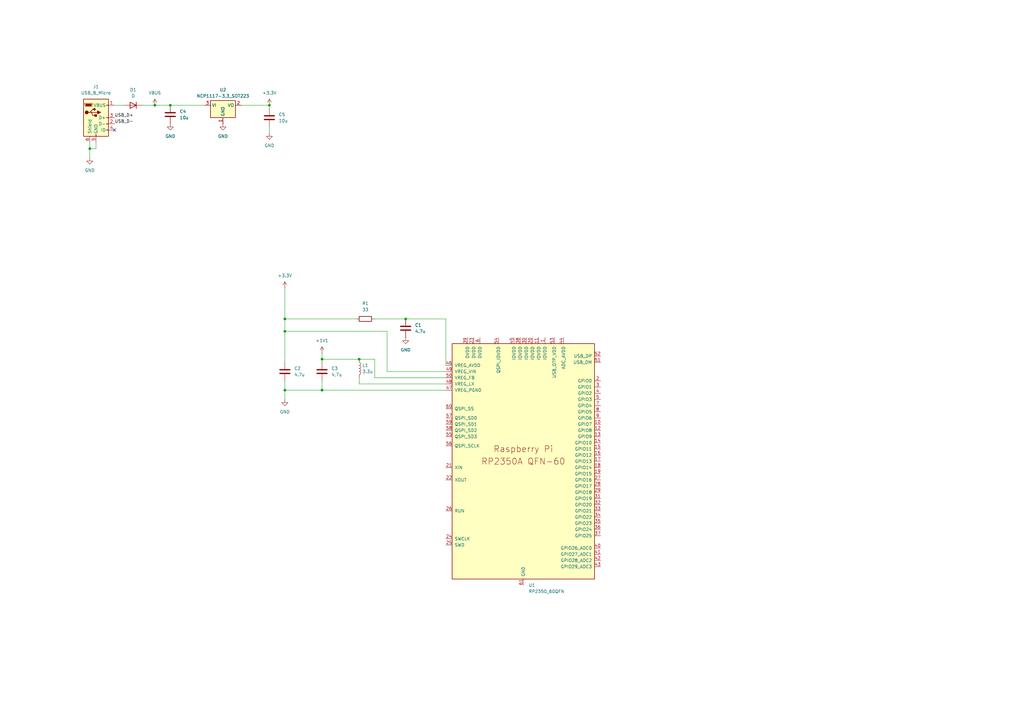
<source format=kicad_sch>
(kicad_sch (version 20250114) (generator "eeschema") (generator_version "9.0")
  (paper "A3")
  (lib_symbols
    (symbol "Connector:USB_B_Micro" (pin_names (offset 1.016))
      (property "Reference" "J" (at -5.08 11.43 0))
      (property "Value" "USB_B_Micro" (at -5.08 8.89 0))
      (symbol "USB_B_Micro_0_1"
        (rectangle (start -5.08 -7.62) (end 5.08 7.62) (stroke (width 0.254)) (fill (type background)))
        (polyline (pts (xy -4.699 5.842) (xy -4.699 5.588) (xy -4.445 4.826) (xy -4.445 4.572) (xy -1.651 4.572) (xy -1.651 4.826) (xy -1.397 5.588) (xy -1.397 5.842) (xy -4.699 5.842)))
        (polyline (pts (xy -4.318 5.588) (xy -1.778 5.588) (xy -2.032 4.826) (xy -4.064 4.826) (xy -4.318 5.588)) (fill (type outline)))
        (circle (center -3.81 2.159) (radius 0.635) (stroke (width 0.254)) (fill (type outline)))
        (polyline (pts (xy -3.175 2.159) (xy -2.54 2.159) (xy -1.27 3.429) (xy -0.635 3.429)) (stroke (width 0.254)))
        (polyline (pts (xy -2.54 2.159) (xy -1.905 2.159) (xy -1.27 0.889) (xy 0 0.889)) (stroke (width 0.254)))
        (polyline (pts (xy -1.905 2.159) (xy 0.635 2.159)) (stroke (width 0.254)))
        (circle (center -0.635 3.429) (radius 0.381) (stroke (width 0.254)) (fill (type outline)))
        (rectangle (start -0.127 -7.62) (end 0.127 -6.858))
        (rectangle (start 0.254 1.27) (end -0.508 0.508) (stroke (width 0.254)) (fill (type outline)))
        (polyline (pts (xy 0.635 2.794) (xy 0.635 1.524) (xy 1.905 2.159) (xy 0.635 2.794)) (stroke (width 0.254)) (fill (type outline)))
        (rectangle (start 5.08 4.953) (end 4.318 5.207))
        (rectangle (start 5.08 -0.127) (end 4.318 0.127))
        (rectangle (start 5.08 -2.667) (end 4.318 -2.413))
        (rectangle (start 5.08 -5.207) (end 4.318 -4.953))
      )
      (symbol "USB_B_Micro_1_1"
        (pin passive line (at -2.54 -10.16 90) (length 2.54) (name "Shield") (number "6"))
        (pin power_out line (at 0 -10.16 90) (length 2.54) (name "GND") (number "5"))
        (pin power_out line (at 7.62 5.08 180) (length 2.54) (name "VBUS") (number "1"))
        (pin bidirectional line (at 7.62 0 180) (length 2.54) (name "D+") (number "3"))
        (pin bidirectional line (at 7.62 -2.54 180) (length 2.54) (name "D-") (number "2"))
        (pin passive line (at 7.62 -5.08 180) (length 2.54) (name "ID") (number "4"))
      )
    )
    (symbol "Device:C" (pin_numbers (hide yes)) (pin_names (offset 0.254))
      (property "Reference" "C" (at 0.635 2.54 0))
      (property "Value" "C" (at 0.635 -2.54 0))
      (symbol "C_0_1"
        (polyline (pts (xy -2.032 0.762) (xy 2.032 0.762)) (stroke (width 0.508)))
        (polyline (pts (xy -2.032 -0.762) (xy 2.032 -0.762)) (stroke (width 0.508)))
      )
      (symbol "C_1_1"
        (pin passive line (at 0 3.81 270) (length 2.794) (name "~") (number "1"))
        (pin passive line (at 0 -3.81 90) (length 2.794) (name "~") (number "2"))
      )
    )
    (symbol "Device:D" (pin_numbers (hide yes)) (pin_names (offset 1.016) (hide yes))
      (property "Reference" "D" (at 0 2.54 0))
      (property "Value" "D" (at 0 -2.54 0))
      (symbol "D_0_1"
        (polyline (pts (xy -1.27 1.27) (xy -1.27 -1.27)) (stroke (width 0.254)))
        (polyline (pts (xy 1.27 1.27) (xy 1.27 -1.27) (xy -1.27 0) (xy 1.27 1.27)) (stroke (width 0.254)))
        (polyline (pts (xy 1.27 0) (xy -1.27 0)))
      )
      (symbol "D_1_1"
        (pin passive line (at -3.81 0 0) (length 2.54) (name "K") (number "1"))
        (pin passive line (at 3.81 0 180) (length 2.54) (name "A") (number "2"))
      )
    )
    (symbol "Device:L" (pin_numbers (hide yes)) (pin_names (offset 1.016) (hide yes))
      (property "Reference" "L" (at -1.27 0 90))
      (property "Value" "L" (at 1.905 0 90))
      (symbol "L_0_1"
        (arc (start 0 2.54) (mid 0.6323 1.905) (end 0 1.27))
        (arc (start 0 1.27) (mid 0.6323 0.635) (end 0 0))
        (arc (start 0 0) (mid 0.6323 -0.635) (end 0 -1.27))
        (arc (start 0 -1.27) (mid 0.6323 -1.905) (end 0 -2.54))
      )
      (symbol "L_1_1"
        (pin passive line (at 0 3.81 270) (length 1.27) (name "1") (number "1"))
        (pin passive line (at 0 -3.81 90) (length 1.27) (name "2") (number "2"))
      )
    )
    (symbol "Device:R" (pin_numbers (hide yes)) (pin_names (offset 0))
      (property "Reference" "R" (at 2.032 0 90))
      (property "Value" "R" (at 0 0 90))
      (symbol "R_0_1"
        (rectangle (start -1.016 -2.54) (end 1.016 2.54) (stroke (width 0.254)))
      )
      (symbol "R_1_1"
        (pin passive line (at 0 3.81 270) (length 1.27) (name "~") (number "1"))
        (pin passive line (at 0 -3.81 90) (length 1.27) (name "~") (number "2"))
      )
    )
    (symbol "MCU_RaspberryPi_RP2350:RP2350_60QFN" (pin_names (offset 1.016))
      (property "Reference" "U" (at -29.21 49.53 0))
      (property "Value" "RP2350_60QFN" (at 24.13 -49.53 0))
      (symbol "RP2350_60QFN_0_0"
        (text "Raspberry Pi" (at 0 5.08 0) (effects (font (size 2.54 2.54))))
      )
      (symbol "RP2350_60QFN_0_1"
        (rectangle (start 29.21 48.26) (end -29.21 -48.26) (stroke (width 0.254)) (fill (type background)))
      )
      (symbol "RP2350_60QFN_1_0"
        (text "RP2350A QFN-60" (at 0 0 0) (effects (font (size 2.54 2.54))))
      )
      (symbol "RP2350_60QFN_1_1"
        (pin power_in line (at -31.75 39.37 0) (length 2.54) (name "VREG_AVDD") (number "46"))
        (pin power_in line (at -31.75 36.83 0) (length 2.54) (name "VREG_VIN") (number "49"))
        (pin input line (at -31.75 34.29 0) (length 2.54) (name "VREG_FB") (number "50"))
        (pin power_out line (at -31.75 31.75 0) (length 2.54) (name "VREG_LX") (number "48"))
        (pin power_in line (at -31.75 29.21 0) (length 2.54) (name "VREG_PGND") (number "47"))
        (pin bidirectional line (at -31.75 21.59 0) (length 2.54) (name "QSPI_SS") (number "60"))
        (pin bidirectional line (at -31.75 17.78 0) (length 2.54) (name "QSPI_SD0") (number "57"))
        (pin bidirectional line (at -31.75 15.24 0) (length 2.54) (name "QSPI_SD1") (number "59"))
        (pin bidirectional line (at -31.75 12.7 0) (length 2.54) (name "QSPI_SD2") (number "58"))
        (pin bidirectional line (at -31.75 10.16 0) (length 2.54) (name "QSPI_SD3") (number "55"))
        (pin output line (at -31.75 6.35 0) (length 2.54) (name "QSPI_SCLK") (number "56"))
        (pin input line (at -31.75 -2.54 0) (length 2.54) (name "XIN") (number "21"))
        (pin passive line (at -31.75 -7.62 0) (length 2.54) (name "XOUT") (number "22"))
        (pin input line (at -31.75 -20.32 0) (length 2.54) (name "RUN") (number "26"))
        (pin output line (at -31.75 -31.75 0) (length 2.54) (name "SWCLK") (number "24"))
        (pin bidirectional line (at -31.75 -34.29 0) (length 2.54) (name "SWD") (number "25"))
        (pin power_in line (at -22.86 50.8 270) (length 2.54) (name "DVDD") (number "39"))
        (pin power_in line (at -20.32 50.8 270) (length 2.54) (name "DVDD") (number "23"))
        (pin power_in line (at -17.78 50.8 270) (length 2.54) (name "DVDD") (number "6"))
        (pin power_in line (at -10.16 50.8 270) (length 2.54) (name "QSPI_IOVDD") (number "54"))
        (pin power_in line (at -3.81 50.8 270) (length 2.54) (name "IOVDD") (number "45"))
        (pin power_in line (at -1.27 50.8 270) (length 2.54) (name "IOVDD") (number "38"))
        (pin power_in line (at 0 -50.8 90) (length 2.54) (name "GND") (number "61"))
        (pin power_in line (at 1.27 50.8 270) (length 2.54) (name "IOVDD") (number "30"))
        (pin power_in line (at 3.81 50.8 270) (length 2.54) (name "IOVDD") (number "20"))
        (pin power_in line (at 6.35 50.8 270) (length 2.54) (name "IOVDD") (number "11"))
        (pin power_in line (at 8.89 50.8 270) (length 2.54) (name "IOVDD") (number "1"))
        (pin power_in line (at 12.7 50.8 270) (length 2.54) (name "USB_OTP_VDD") (number "53"))
        (pin power_in line (at 16.51 50.8 270) (length 2.54) (name "ADC_AVDD") (number "44"))
        (pin bidirectional line (at 31.75 43.18 180) (length 2.54) (name "USB_DP") (number "52"))
        (pin bidirectional line (at 31.75 40.64 180) (length 2.54) (name "USB_DM") (number "51"))
        (pin bidirectional line (at 31.75 33.02 180) (length 2.54) (name "GPIO0") (number "2"))
        (pin bidirectional line (at 31.75 30.48 180) (length 2.54) (name "GPIO1") (number "3"))
        (pin bidirectional line (at 31.75 27.94 180) (length 2.54) (name "GPIO2") (number "4"))
        (pin bidirectional line (at 31.75 25.4 180) (length 2.54) (name "GPIO3") (number "5"))
        (pin bidirectional line (at 31.75 22.86 180) (length 2.54) (name "GPIO4") (number "7"))
        (pin bidirectional line (at 31.75 20.32 180) (length 2.54) (name "GPIO5") (number "8"))
        (pin bidirectional line (at 31.75 17.78 180) (length 2.54) (name "GPIO6") (number "9"))
        (pin bidirectional line (at 31.75 15.24 180) (length 2.54) (name "GPIO7") (number "10"))
        (pin bidirectional line (at 31.75 12.7 180) (length 2.54) (name "GPIO8") (number "12"))
        (pin bidirectional line (at 31.75 10.16 180) (length 2.54) (name "GPIO9") (number "13"))
        (pin bidirectional line (at 31.75 7.62 180) (length 2.54) (name "GPIO10") (number "14"))
        (pin bidirectional line (at 31.75 5.08 180) (length 2.54) (name "GPIO11") (number "15"))
        (pin bidirectional line (at 31.75 2.54 180) (length 2.54) (name "GPIO12") (number "16"))
        (pin bidirectional line (at 31.75 0 180) (length 2.54) (name "GPIO13") (number "17"))
        (pin bidirectional line (at 31.75 -2.54 180) (length 2.54) (name "GPIO14") (number "18"))
        (pin bidirectional line (at 31.75 -5.08 180) (length 2.54) (name "GPIO15") (number "19"))
        (pin bidirectional line (at 31.75 -7.62 180) (length 2.54) (name "GPIO16") (number "27"))
        (pin bidirectional line (at 31.75 -10.16 180) (length 2.54) (name "GPIO17") (number "28"))
        (pin bidirectional line (at 31.75 -12.7 180) (length 2.54) (name "GPIO18") (number "29"))
        (pin bidirectional line (at 31.75 -15.24 180) (length 2.54) (name "GPIO19") (number "31"))
        (pin bidirectional line (at 31.75 -17.78 180) (length 2.54) (name "GPIO20") (number "32"))
        (pin bidirectional line (at 31.75 -20.32 180) (length 2.54) (name "GPIO21") (number "33"))
        (pin bidirectional line (at 31.75 -22.86 180) (length 2.54) (name "GPIO22") (number "34"))
        (pin bidirectional line (at 31.75 -25.4 180) (length 2.54) (name "GPIO23") (number "35"))
        (pin bidirectional line (at 31.75 -27.94 180) (length 2.54) (name "GPIO24") (number "36"))
        (pin bidirectional line (at 31.75 -30.48 180) (length 2.54) (name "GPIO25") (number "37"))
        (pin bidirectional line (at 31.75 -35.56 180) (length 2.54) (name "GPIO26_ADC0") (number "40"))
        (pin bidirectional line (at 31.75 -38.1 180) (length 2.54) (name "GPIO27_ADC1") (number "41"))
        (pin bidirectional line (at 31.75 -40.64 180) (length 2.54) (name "GPIO28_ADC2") (number "42"))
        (pin bidirectional line (at 31.75 -43.18 180) (length 2.54) (name "GPIO29_ADC3") (number "43"))
      )
    )
    (symbol "Regulator_Linear:NCP1117-3.3_SOT223"
      (property "Reference" "U" (at -3.81 3.175 0))
      (property "Value" "NCP1117-3.3_SOT223" (at 0 3.175 0))
      (symbol "NCP1117-3.3_SOT223_0_1"
        (rectangle (start -5.08 -5.08) (end 5.08 1.905) (stroke (width 0.254)) (fill (type background)))
      )
      (symbol "NCP1117-3.3_SOT223_1_1"
        (pin power_in line (at -7.62 0 0) (length 2.54) (name "VI") (number "3"))
        (pin power_in line (at 0 -7.62 90) (length 2.54) (name "GND") (number "1"))
        (pin power_out line (at 7.62 0 180) (length 2.54) (name "VO") (number "2"))
      )
    )
    (symbol "power:+1V1" (power) (pin_numbers (hide yes)) (pin_names (offset 0) (hide yes))
      (property "Value" "+1V1" (at 0 3.556 0))
      (symbol "+1V1_0_1"
        (polyline (pts (xy -0.762 1.27) (xy 0 2.54)))
        (polyline (pts (xy 0 2.54) (xy 0.762 1.27)))
        (polyline (pts (xy 0 0) (xy 0 2.54)))
      )
      (symbol "+1V1_1_1"
        (pin power_in line (at 0 0 90) (length 0) (name "~") (number "1"))
      )
    )
    (symbol "power:+3.3V" (power) (pin_numbers (hide yes)) (pin_names (offset 0) (hide yes))
      (property "Value" "+3.3V" (at 0 3.556 0))
      (symbol "+3.3V_0_1"
        (polyline (pts (xy -0.762 1.27) (xy 0 2.54)))
        (polyline (pts (xy 0 2.54) (xy 0.762 1.27)))
        (polyline (pts (xy 0 0) (xy 0 2.54)))
      )
      (symbol "+3.3V_1_1"
        (pin power_in line (at 0 0 90) (length 0) (name "~") (number "1"))
      )
    )
    (symbol "power:GND" (power) (pin_numbers (hide yes)) (pin_names (offset 0) (hide yes))
      (property "Value" "GND" (at 0 -3.81 0))
      (symbol "GND_0_1"
        (polyline (pts (xy 0 0) (xy 0 -1.27) (xy 1.27 -1.27) (xy 0 -2.54) (xy -1.27 -1.27) (xy 0 -1.27)))
      )
      (symbol "GND_1_1"
        (pin power_in line (at 0 0 270) (length 0) (name "~") (number "1"))
      )
    )
    (symbol "power:VBUS" (power) (pin_numbers (hide yes)) (pin_names (offset 0) (hide yes))
      (property "Value" "VBUS" (at 0 3.556 0))
      (symbol "VBUS_0_1"
        (polyline (pts (xy -0.762 1.27) (xy 0 2.54)))
        (polyline (pts (xy 0 2.54) (xy 0.762 1.27)))
        (polyline (pts (xy 0 0) (xy 0 2.54)))
      )
      (symbol "VBUS_1_1"
        (pin power_in line (at 0 0 90) (length 0) (name "~") (number "1"))
      )
    )
  )
  (junction (at 36.83 60.96))
  (junction (at 132.08 160.02))
  (junction (at 116.84 135.89))
  (junction (at 69.85 43.18))
  (junction (at 116.84 160.02))
  (junction (at 110.49 43.18))
  (junction (at 166.37 130.81))
  (junction (at 116.84 130.81))
  (junction (at 132.08 147.32))
  (junction (at 147.32 147.32))
  (junction (at 63.5 43.18))
  (no_connect (at 46.99 53.34))
  (wire (pts (xy 182.88 152.4) (xy 158.75 152.4)))
  (wire (pts (xy 147.32 147.32) (xy 153.67 147.32)))
  (wire (pts (xy 110.49 43.18) (xy 110.49 44.45)))
  (wire (pts (xy 36.83 58.42) (xy 36.83 60.96)))
  (wire (pts (xy 116.84 163.83) (xy 116.84 160.02)))
  (wire (pts (xy 153.67 130.81) (xy 166.37 130.81)))
  (wire (pts (xy 132.08 147.32) (xy 132.08 148.59)))
  (wire (pts (xy 116.84 160.02) (xy 116.84 156.21)))
  (wire (pts (xy 132.08 147.32) (xy 147.32 147.32)))
  (wire (pts (xy 182.88 157.48) (xy 147.32 157.48)))
  (wire (pts (xy 69.85 43.18) (xy 83.82 43.18)))
  (wire (pts (xy 132.08 156.21) (xy 132.08 160.02)))
  (wire (pts (xy 46.99 43.18) (xy 50.8 43.18)))
  (wire (pts (xy 147.32 157.48) (xy 147.32 154.94)))
  (wire (pts (xy 182.88 130.81) (xy 166.37 130.81)))
  (wire (pts (xy 63.5 43.18) (xy 69.85 43.18)))
  (wire (pts (xy 132.08 160.02) (xy 182.88 160.02)))
  (wire (pts (xy 39.37 60.96) (xy 36.83 60.96)))
  (wire (pts (xy 116.84 130.81) (xy 116.84 135.89)))
  (wire (pts (xy 58.42 43.18) (xy 63.5 43.18)))
  (wire (pts (xy 153.67 154.94) (xy 153.67 147.32)))
  (wire (pts (xy 110.49 54.61) (xy 110.49 52.07)))
  (wire (pts (xy 158.75 135.89) (xy 116.84 135.89)))
  (wire (pts (xy 36.83 60.96) (xy 36.83 64.77)))
  (wire (pts (xy 132.08 144.78) (xy 132.08 147.32)))
  (wire (pts (xy 116.84 130.81) (xy 146.05 130.81)))
  (wire (pts (xy 182.88 154.94) (xy 153.67 154.94)))
  (wire (pts (xy 99.06 43.18) (xy 110.49 43.18)))
  (wire (pts (xy 116.84 118.11) (xy 116.84 130.81)))
  (wire (pts (xy 116.84 160.02) (xy 132.08 160.02)))
  (wire (pts (xy 182.88 149.86) (xy 182.88 130.81)))
  (wire (pts (xy 158.75 152.4) (xy 158.75 135.89)))
  (wire (pts (xy 116.84 135.89) (xy 116.84 148.59)))
  (wire (pts (xy 39.37 58.42) (xy 39.37 60.96)))
  (label "USB_D+" (at 46.99 48.26 0))
  (label "USB_D-" (at 46.99 50.8 0))
  (symbol (lib_id "Device:C") (at 110.49 48.26 0) (unit 1)
    (property "Reference" "C5" (at 114.3 46.9899 0) (effects (justify left)))
    (property "Value" "10u" (at 114.3 49.5299 0) (effects (justify left)))
    (property "Description" "Unpolarized capacitor" (effects (hide yes)))
  )
  (symbol (lib_id "MCU_RaspberryPi_RP2350:RP2350_60QFN") (at 214.63 189.23 0) (unit 1)
    (property "Reference" "U1" (at 216.7733 240.03 0) (effects (justify left)))
    (property "Value" "RP2350_60QFN" (at 216.7733 242.57 0) (effects (justify left)))
    (property "Footprint" "RP2350_60QFN_minimal:RP2350-QFN-60-1EP_7x7_P0.4mm_EP3.4x3.4mm_ThermalVias" (effects (hide yes)))
  )
  (symbol (lib_id "power:+3.3V") (at 116.84 118.11 0) (unit 1)
    (property "Reference" "#PWR04" (effects (hide yes)))
    (property "Value" "+3.3V" (at 116.84 113.03 0))
    (property "Description" "Power symbol creates a global label with name \"+3.3V\"" (effects (hide yes)))
  )
  (symbol (lib_id "Device:C") (at 69.85 46.99 0) (unit 1)
    (property "Reference" "C4" (at 73.66 45.7199 0) (effects (justify left)))
    (property "Value" "10u" (at 73.66 48.2599 0) (effects (justify left)))
    (property "Description" "Unpolarized capacitor" (effects (hide yes)))
  )
  (symbol (lib_id "Device:R") (at 149.86 130.81 270) (unit 1)
    (property "Reference" "R1" (at 149.86 124.46 90))
    (property "Value" "33" (at 149.86 127 90))
    (property "Description" "Resistor" (effects (hide yes)))
  )
  (symbol (lib_id "power:GND") (at 116.84 163.83 0) (unit 1)
    (property "Reference" "#PWR02" (effects (hide yes)))
    (property "Value" "GND" (at 116.84 168.91 0))
    (property "Description" "Power symbol creates a global label with name \"GND\" , ground" (effects (hide yes)))
  )
  (symbol (lib_id "Device:C") (at 132.08 152.4 0) (unit 1)
    (property "Reference" "C3" (at 135.89 151.1299 0) (effects (justify left)))
    (property "Value" "4,7u" (at 135.89 153.6699 0) (effects (justify left)))
    (property "Description" "Unpolarized capacitor" (effects (hide yes)))
  )
  (symbol (lib_id "power:GND") (at 110.49 54.61 0) (unit 1)
    (property "Reference" "#PWR010" (effects (hide yes)))
    (property "Value" "GND" (at 110.49 59.69 0))
    (property "Description" "Power symbol creates a global label with name \"GND\" , ground" (effects (hide yes)))
  )
  (symbol (lib_id "power:GND") (at 36.83 64.77 0) (unit 1)
    (property "Reference" "#PWR05" (effects (hide yes)))
    (property "Value" "GND" (at 36.83 69.85 0))
    (property "Description" "Power symbol creates a global label with name \"GND\" , ground" (effects (hide yes)))
  )
  (symbol (lib_id "Device:C") (at 116.84 152.4 0) (unit 1)
    (property "Reference" "C2" (at 120.65 151.1299 0) (effects (justify left)))
    (property "Value" "4.7u" (at 120.65 153.6699 0) (effects (justify left)))
    (property "Description" "Unpolarized capacitor" (effects (hide yes)))
  )
  (symbol (lib_id "Connector:USB_B_Micro") (at 39.37 48.26 0) (unit 1)
    (property "Reference" "J1" (at 39.37 35.56 0))
    (property "Value" "USB_B_Micro" (at 39.37 38.1 0))
    (property "Description" "USB Micro Type B connector" (effects (hide yes)))
  )
  (symbol (lib_id "Device:D") (at 54.61 43.18 180) (unit 1)
    (property "Reference" "D1" (at 54.61 36.83 0))
    (property "Value" "D" (at 54.61 39.37 0))
    (property "Description" "Diode" (effects (hide yes)))
    (property "Sim.Device" "D" (effects (hide yes)))
    (property "Sim.Pins" "1=K 2=A" (effects (hide yes)))
  )
  (symbol (lib_id "power:VBUS") (at 63.5 43.18 0) (unit 1)
    (property "Reference" "#PWR08" (effects (hide yes)))
    (property "Value" "VBUS" (at 63.5 38.1 0))
    (property "Description" "Power symbol creates a global label with name \"VBUS\"" (effects (hide yes)))
  )
  (symbol (lib_id "power:GND") (at 91.44 50.8 0) (unit 1)
    (property "Reference" "#PWR07" (effects (hide yes)))
    (property "Value" "GND" (at 91.44 55.88 0))
    (property "Description" "Power symbol creates a global label with name \"GND\" , ground" (effects (hide yes)))
  )
  (symbol (lib_id "power:+1V1") (at 132.08 144.78 0) (unit 1)
    (property "Reference" "#PWR03" (effects (hide yes)))
    (property "Value" "+1V1" (at 132.08 139.7 0))
    (property "Description" "Power symbol creates a global label with name \"+1V1\"" (effects (hide yes)))
  )
  (symbol (lib_id "power:GND") (at 69.85 50.8 0) (unit 1)
    (property "Reference" "#PWR06" (effects (hide yes)))
    (property "Value" "GND" (at 69.85 55.88 0))
    (property "Description" "Power symbol creates a global label with name \"GND\" , ground" (effects (hide yes)))
  )
  (symbol (lib_id "Device:L") (at 147.32 151.13 0) (unit 1)
    (property "Reference" "L1" (at 148.59 149.8599 0) (effects (justify left)))
    (property "Value" "3.3u" (at 148.59 152.3999 0) (effects (justify left)))
    (property "Description" "Inductor" (effects (hide yes)))
  )
  (symbol (lib_id "Regulator_Linear:NCP1117-3.3_SOT223") (at 91.44 43.18 0) (unit 1)
    (property "Reference" "U2" (at 91.44 36.83 0))
    (property "Value" "NCP1117-3.3_SOT223" (at 91.44 39.37 0))
    (property "Footprint" "Package_TO_SOT_SMD:SOT-223-3_TabPin2" (effects (hide yes)))
    (property "Datasheet" "http://www.onsemi.com/pub_link/Collateral/NCP1117-D.PDF" (effects (hide yes)))
    (property "Description" "1A Low drop-out regulator, Fixed Output 3.3V, SOT-223" (effects (hide yes)))
  )
  (symbol (lib_id "power:+3.3V") (at 110.49 43.18 0) (unit 1)
    (property "Reference" "#PWR09" (effects (hide yes)))
    (property "Value" "+3.3V" (at 110.49 38.1 0))
    (property "Description" "Power symbol creates a global label with name \"+3.3V\"" (effects (hide yes)))
  )
  (symbol (lib_id "power:GND") (at 166.37 138.43 0) (unit 1)
    (property "Reference" "#PWR01" (effects (hide yes)))
    (property "Value" "GND" (at 166.37 143.51 0))
    (property "Description" "Power symbol creates a global label with name \"GND\" , ground" (effects (hide yes)))
  )
  (symbol (lib_id "Device:C") (at 166.37 134.62 0) (unit 1)
    (property "Reference" "C1" (at 170.18 133.3499 0) (effects (justify left)))
    (property "Value" "4.7u" (at 170.18 135.8899 0) (effects (justify left)))
    (property "Description" "Unpolarized capacitor" (effects (hide yes)))
  )
)
</source>
